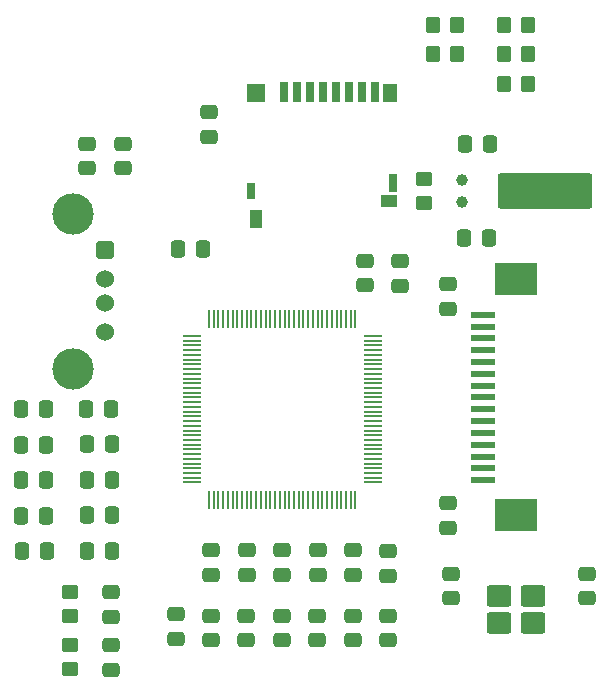
<source format=gbr>
%TF.GenerationSoftware,KiCad,Pcbnew,9.0.4*%
%TF.CreationDate,2025-10-12T20:17:52-04:00*%
%TF.ProjectId,Camera_PCB,43616d65-7261-45f5-9043-422e6b696361,rev?*%
%TF.SameCoordinates,Original*%
%TF.FileFunction,Soldermask,Top*%
%TF.FilePolarity,Negative*%
%FSLAX46Y46*%
G04 Gerber Fmt 4.6, Leading zero omitted, Abs format (unit mm)*
G04 Created by KiCad (PCBNEW 9.0.4) date 2025-10-12 20:17:52*
%MOMM*%
%LPD*%
G01*
G04 APERTURE LIST*
G04 Aperture macros list*
%AMRoundRect*
0 Rectangle with rounded corners*
0 $1 Rounding radius*
0 $2 $3 $4 $5 $6 $7 $8 $9 X,Y pos of 4 corners*
0 Add a 4 corners polygon primitive as box body*
4,1,4,$2,$3,$4,$5,$6,$7,$8,$9,$2,$3,0*
0 Add four circle primitives for the rounded corners*
1,1,$1+$1,$2,$3*
1,1,$1+$1,$4,$5*
1,1,$1+$1,$6,$7*
1,1,$1+$1,$8,$9*
0 Add four rect primitives between the rounded corners*
20,1,$1+$1,$2,$3,$4,$5,0*
20,1,$1+$1,$4,$5,$6,$7,0*
20,1,$1+$1,$6,$7,$8,$9,0*
20,1,$1+$1,$8,$9,$2,$3,0*%
G04 Aperture macros list end*
%ADD10RoundRect,0.250000X0.475000X-0.337500X0.475000X0.337500X-0.475000X0.337500X-0.475000X-0.337500X0*%
%ADD11RoundRect,0.250000X-0.475000X0.337500X-0.475000X-0.337500X0.475000X-0.337500X0.475000X0.337500X0*%
%ADD12RoundRect,0.250000X-0.337500X-0.475000X0.337500X-0.475000X0.337500X0.475000X-0.337500X0.475000X0*%
%ADD13RoundRect,0.250000X-0.450000X0.350000X-0.450000X-0.350000X0.450000X-0.350000X0.450000X0.350000X0*%
%ADD14RoundRect,0.250000X-0.512000X0.512000X-0.512000X-0.512000X0.512000X-0.512000X0.512000X0.512000X0*%
%ADD15C,1.524000*%
%ADD16C,3.500000*%
%ADD17RoundRect,0.250000X0.350000X0.450000X-0.350000X0.450000X-0.350000X-0.450000X0.350000X-0.450000X0*%
%ADD18RoundRect,0.062500X-0.675000X-0.062500X0.675000X-0.062500X0.675000X0.062500X-0.675000X0.062500X0*%
%ADD19RoundRect,0.062500X-0.062500X-0.675000X0.062500X-0.675000X0.062500X0.675000X-0.062500X0.675000X0*%
%ADD20RoundRect,0.250000X0.450000X-0.350000X0.450000X0.350000X-0.450000X0.350000X-0.450000X-0.350000X0*%
%ADD21R,2.000000X0.610000*%
%ADD22R,3.600000X2.680000*%
%ADD23RoundRect,0.250000X0.800000X0.650000X-0.800000X0.650000X-0.800000X-0.650000X0.800000X-0.650000X0*%
%ADD24C,1.000000*%
%ADD25RoundRect,0.249999X3.750001X-1.250001X3.750001X1.250001X-3.750001X1.250001X-3.750001X-1.250001X0*%
%ADD26R,0.700000X1.750000*%
%ADD27R,1.450000X1.000000*%
%ADD28R,1.000000X1.550000*%
%ADD29R,0.800000X1.500000*%
%ADD30R,1.300000X1.500000*%
%ADD31R,1.500000X1.500000*%
%ADD32R,0.800000X1.400000*%
G04 APERTURE END LIST*
D10*
%TO.C,C24*%
X156710000Y-126645000D03*
X156710000Y-124570000D03*
%TD*%
D11*
%TO.C,C34*%
X141500000Y-81925000D03*
X141500000Y-84000000D03*
%TD*%
D12*
%TO.C,C14*%
X138925000Y-93500000D03*
X141000000Y-93500000D03*
%TD*%
D13*
%TO.C,R9*%
X129710000Y-122570000D03*
X129710000Y-124570000D03*
%TD*%
D10*
%TO.C,C21*%
X147680000Y-126645000D03*
X147680000Y-124570000D03*
%TD*%
%TO.C,C7*%
X141710000Y-121070000D03*
X141710000Y-118995000D03*
%TD*%
%TO.C,C15*%
X161710000Y-117107500D03*
X161710000Y-115032500D03*
%TD*%
D12*
%TO.C,C28*%
X131210000Y-119070000D03*
X133285000Y-119070000D03*
%TD*%
D10*
%TO.C,C12*%
X133210000Y-124645000D03*
X133210000Y-122570000D03*
%TD*%
D14*
%TO.C,J2*%
X132710000Y-93570000D03*
D15*
X132710000Y-96070000D03*
X132710000Y-98070000D03*
X132710000Y-100570000D03*
D16*
X130000000Y-90500000D03*
X130000000Y-103640000D03*
%TD*%
D10*
%TO.C,C10*%
X150710000Y-121070000D03*
X150710000Y-118995000D03*
%TD*%
%TO.C,C22*%
X150690000Y-126645000D03*
X150690000Y-124570000D03*
%TD*%
D11*
%TO.C,C40*%
X173500000Y-121000000D03*
X173500000Y-123075000D03*
%TD*%
D10*
%TO.C,C19*%
X141660000Y-126645000D03*
X141660000Y-124570000D03*
%TD*%
D12*
%TO.C,C33*%
X125635000Y-116070000D03*
X127710000Y-116070000D03*
%TD*%
%TO.C,C35*%
X125710000Y-119070000D03*
X127785000Y-119070000D03*
%TD*%
D10*
%TO.C,C43*%
X161710000Y-98575000D03*
X161710000Y-96500000D03*
%TD*%
D11*
%TO.C,C37*%
X154710000Y-94495000D03*
X154710000Y-96570000D03*
%TD*%
D17*
%TO.C,R4*%
X168500000Y-77000000D03*
X166500000Y-77000000D03*
%TD*%
D12*
%TO.C,C38*%
X163135000Y-92570000D03*
X165210000Y-92570000D03*
%TD*%
%TO.C,C18*%
X131135000Y-107070000D03*
X133210000Y-107070000D03*
%TD*%
%TO.C,C39*%
X163210000Y-84570000D03*
X165285000Y-84570000D03*
%TD*%
D10*
%TO.C,C11*%
X153710000Y-121070000D03*
X153710000Y-118995000D03*
%TD*%
D12*
%TO.C,C27*%
X131210000Y-116060000D03*
X133285000Y-116060000D03*
%TD*%
%TO.C,C32*%
X125635000Y-113070000D03*
X127710000Y-113070000D03*
%TD*%
D18*
%TO.C,U1*%
X140047500Y-100870000D03*
X140047500Y-101270000D03*
X140047500Y-101670000D03*
X140047500Y-102070000D03*
X140047500Y-102470000D03*
X140047500Y-102870000D03*
X140047500Y-103270000D03*
X140047500Y-103670000D03*
X140047500Y-104070000D03*
X140047500Y-104470000D03*
X140047500Y-104870000D03*
X140047500Y-105270000D03*
X140047500Y-105670000D03*
X140047500Y-106070000D03*
X140047500Y-106470000D03*
X140047500Y-106870000D03*
X140047500Y-107270000D03*
X140047500Y-107670000D03*
X140047500Y-108070000D03*
X140047500Y-108470000D03*
X140047500Y-108870000D03*
X140047500Y-109270000D03*
X140047500Y-109670000D03*
X140047500Y-110070000D03*
X140047500Y-110470000D03*
X140047500Y-110870000D03*
X140047500Y-111270000D03*
X140047500Y-111670000D03*
X140047500Y-112070000D03*
X140047500Y-112470000D03*
X140047500Y-112870000D03*
X140047500Y-113270000D03*
D19*
X141510000Y-114732500D03*
X141910000Y-114732500D03*
X142310000Y-114732500D03*
X142710000Y-114732500D03*
X143110000Y-114732500D03*
X143510000Y-114732500D03*
X143910000Y-114732500D03*
X144310000Y-114732500D03*
X144710000Y-114732500D03*
X145110000Y-114732500D03*
X145510000Y-114732500D03*
X145910000Y-114732500D03*
X146310000Y-114732500D03*
X146710000Y-114732500D03*
X147110000Y-114732500D03*
X147510000Y-114732500D03*
X147910000Y-114732500D03*
X148310000Y-114732500D03*
X148710000Y-114732500D03*
X149110000Y-114732500D03*
X149510000Y-114732500D03*
X149910000Y-114732500D03*
X150310000Y-114732500D03*
X150710000Y-114732500D03*
X151110000Y-114732500D03*
X151510000Y-114732500D03*
X151910000Y-114732500D03*
X152310000Y-114732500D03*
X152710000Y-114732500D03*
X153110000Y-114732500D03*
X153510000Y-114732500D03*
X153910000Y-114732500D03*
D18*
X155372500Y-113270000D03*
X155372500Y-112870000D03*
X155372500Y-112470000D03*
X155372500Y-112070000D03*
X155372500Y-111670000D03*
X155372500Y-111270000D03*
X155372500Y-110870000D03*
X155372500Y-110470000D03*
X155372500Y-110070000D03*
X155372500Y-109670000D03*
X155372500Y-109270000D03*
X155372500Y-108870000D03*
X155372500Y-108470000D03*
X155372500Y-108070000D03*
X155372500Y-107670000D03*
X155372500Y-107270000D03*
X155372500Y-106870000D03*
X155372500Y-106470000D03*
X155372500Y-106070000D03*
X155372500Y-105670000D03*
X155372500Y-105270000D03*
X155372500Y-104870000D03*
X155372500Y-104470000D03*
X155372500Y-104070000D03*
X155372500Y-103670000D03*
X155372500Y-103270000D03*
X155372500Y-102870000D03*
X155372500Y-102470000D03*
X155372500Y-102070000D03*
X155372500Y-101670000D03*
X155372500Y-101270000D03*
X155372500Y-100870000D03*
D19*
X153910000Y-99407500D03*
X153510000Y-99407500D03*
X153110000Y-99407500D03*
X152710000Y-99407500D03*
X152310000Y-99407500D03*
X151910000Y-99407500D03*
X151510000Y-99407500D03*
X151110000Y-99407500D03*
X150710000Y-99407500D03*
X150310000Y-99407500D03*
X149910000Y-99407500D03*
X149510000Y-99407500D03*
X149110000Y-99407500D03*
X148710000Y-99407500D03*
X148310000Y-99407500D03*
X147910000Y-99407500D03*
X147510000Y-99407500D03*
X147110000Y-99407500D03*
X146710000Y-99407500D03*
X146310000Y-99407500D03*
X145910000Y-99407500D03*
X145510000Y-99407500D03*
X145110000Y-99407500D03*
X144710000Y-99407500D03*
X144310000Y-99407500D03*
X143910000Y-99407500D03*
X143510000Y-99407500D03*
X143110000Y-99407500D03*
X142710000Y-99407500D03*
X142310000Y-99407500D03*
X141910000Y-99407500D03*
X141510000Y-99407500D03*
%TD*%
D20*
%TO.C,R1*%
X159710000Y-89570000D03*
X159710000Y-87570000D03*
%TD*%
D21*
%TO.C,IMX1*%
X164710000Y-113070000D03*
X164710000Y-112070000D03*
X164710000Y-111070000D03*
X164710000Y-110070000D03*
X164710000Y-109070000D03*
X164710000Y-108070000D03*
X164710000Y-107070000D03*
X164710000Y-106070000D03*
X164710000Y-105070000D03*
X164710000Y-104070000D03*
X164710000Y-103070000D03*
X164710000Y-102070000D03*
X164710000Y-101070000D03*
X164710000Y-100070000D03*
X164710000Y-99070000D03*
D22*
X167510000Y-116060000D03*
X167510000Y-96080000D03*
%TD*%
D10*
%TO.C,C13*%
X133210000Y-129107500D03*
X133210000Y-127032500D03*
%TD*%
%TO.C,C17*%
X156710000Y-121145000D03*
X156710000Y-119070000D03*
%TD*%
%TO.C,C23*%
X153700000Y-126645000D03*
X153700000Y-124570000D03*
%TD*%
D23*
%TO.C,Y4*%
X168950000Y-122850000D03*
X166050000Y-122850000D03*
X166050000Y-125150000D03*
X168950000Y-125150000D03*
%TD*%
D12*
%TO.C,C31*%
X125635000Y-110060000D03*
X127710000Y-110060000D03*
%TD*%
D17*
%TO.C,R5*%
X168500000Y-74500000D03*
X166500000Y-74500000D03*
%TD*%
D12*
%TO.C,C26*%
X131210000Y-113050000D03*
X133285000Y-113050000D03*
%TD*%
D17*
%TO.C,R2*%
X162500000Y-74500000D03*
X160500000Y-74500000D03*
%TD*%
D11*
%TO.C,C16*%
X157710000Y-94532500D03*
X157710000Y-96607500D03*
%TD*%
D24*
%TO.C,Y2*%
X162960000Y-89520000D03*
X162960000Y-87620000D03*
D25*
X169960000Y-88570000D03*
%TD*%
D11*
%TO.C,C47*%
X131210000Y-84570000D03*
X131210000Y-86645000D03*
%TD*%
D17*
%TO.C,R3*%
X162500000Y-77000000D03*
X160500000Y-77000000D03*
%TD*%
D10*
%TO.C,C9*%
X147710000Y-121070000D03*
X147710000Y-118995000D03*
%TD*%
%TO.C,C29*%
X138710000Y-126500000D03*
X138710000Y-124425000D03*
%TD*%
D26*
%TO.C,TF_Card1*%
X147900000Y-80200000D03*
X149000000Y-80200000D03*
X150100000Y-80200000D03*
X151200000Y-80200000D03*
X152300000Y-80200000D03*
X153400000Y-80200000D03*
X154500000Y-80200000D03*
X155600000Y-80200000D03*
D27*
X156725000Y-89425000D03*
D28*
X145500000Y-91000000D03*
D29*
X157050000Y-87925000D03*
D30*
X156800000Y-80325000D03*
D31*
X145450000Y-80325000D03*
D32*
X145100000Y-88575000D03*
%TD*%
D13*
%TO.C,R10*%
X129710000Y-127070000D03*
X129710000Y-129070000D03*
%TD*%
D12*
%TO.C,C30*%
X125635000Y-107050000D03*
X127710000Y-107050000D03*
%TD*%
%TO.C,C25*%
X131210000Y-110040000D03*
X133285000Y-110040000D03*
%TD*%
D11*
%TO.C,C41*%
X162000000Y-121000000D03*
X162000000Y-123075000D03*
%TD*%
%TO.C,C46*%
X134220000Y-84570000D03*
X134220000Y-86645000D03*
%TD*%
D10*
%TO.C,C20*%
X144670000Y-126645000D03*
X144670000Y-124570000D03*
%TD*%
%TO.C,C8*%
X144710000Y-121070000D03*
X144710000Y-118995000D03*
%TD*%
D17*
%TO.C,R6*%
X168500000Y-79500000D03*
X166500000Y-79500000D03*
%TD*%
M02*

</source>
